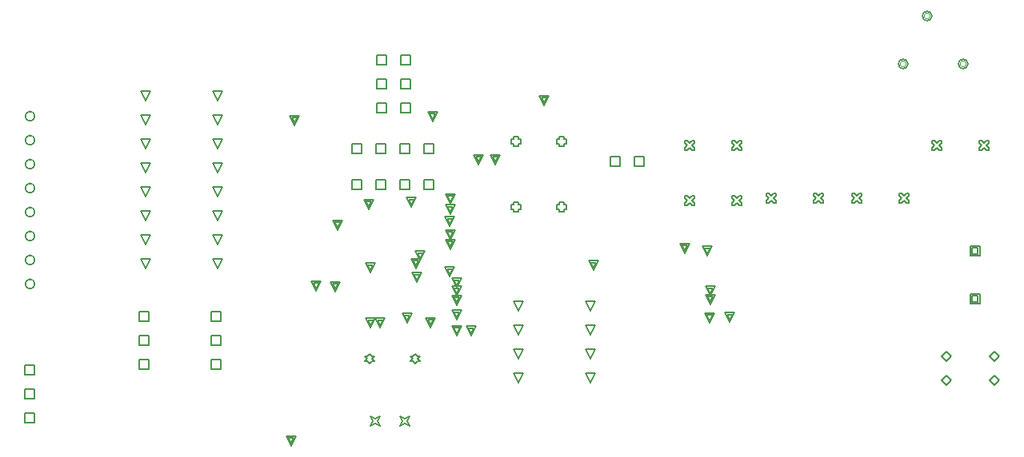
<source format=gbr>
G04*
G04 #@! TF.GenerationSoftware,Altium Limited,Altium Designer,22.4.2 (48)*
G04*
G04 Layer_Color=2752767*
%FSLAX24Y24*%
%MOIN*%
G70*
G04*
G04 #@! TF.SameCoordinates,3D4B7757-4479-4088-A00E-F10E6AE17A54*
G04*
G04*
G04 #@! TF.FilePolarity,Positive*
G04*
G01*
G75*
%ADD16C,0.0040*%
%ADD17C,0.0050*%
%ADD83C,0.0067*%
D16*
X47721Y19010D02*
G03*
X47721Y19010I-120J0D01*
G01*
X49221Y17010D02*
G03*
X49221Y17010I-120J0D01*
G01*
X46721D02*
G03*
X46721Y17010I-120J0D01*
G01*
D17*
X26651Y11770D02*
Y12170D01*
X27051D01*
Y11770D01*
X26651D01*
X25651D02*
Y12170D01*
X26051D01*
Y11770D01*
X25651D01*
X24651D02*
Y12170D01*
X25051D01*
Y11770D01*
X24651D01*
X23651D02*
Y12170D01*
X24051D01*
Y11770D01*
X23651D01*
X15041Y15480D02*
X14841Y15880D01*
X15241D01*
X15041Y15480D01*
Y14480D02*
X14841Y14880D01*
X15241D01*
X15041Y14480D01*
Y13480D02*
X14841Y13880D01*
X15241D01*
X15041Y13480D01*
Y12480D02*
X14841Y12880D01*
X15241D01*
X15041Y12480D01*
Y11480D02*
X14841Y11880D01*
X15241D01*
X15041Y11480D01*
Y10480D02*
X14841Y10880D01*
X15241D01*
X15041Y10480D01*
Y9480D02*
X14841Y9880D01*
X15241D01*
X15041Y9480D01*
Y8480D02*
X14841Y8880D01*
X15241D01*
X15041Y8480D01*
X18041Y15480D02*
X17841Y15880D01*
X18241D01*
X18041Y15480D01*
Y14480D02*
X17841Y14880D01*
X18241D01*
X18041Y14480D01*
Y13480D02*
X17841Y13880D01*
X18241D01*
X18041Y13480D01*
Y12480D02*
X17841Y12880D01*
X18241D01*
X18041Y12480D01*
Y11480D02*
X17841Y11880D01*
X18241D01*
X18041Y11480D01*
Y10480D02*
X17841Y10880D01*
X18241D01*
X18041Y10480D01*
Y9480D02*
X17841Y9880D01*
X18241D01*
X18041Y9480D01*
Y8480D02*
X17841Y8880D01*
X18241D01*
X18041Y8480D01*
X14784Y6270D02*
Y6670D01*
X15184D01*
Y6270D01*
X14784D01*
Y5270D02*
Y5670D01*
X15184D01*
Y5270D01*
X14784D01*
Y4270D02*
Y4670D01*
X15184D01*
Y4270D01*
X14784D01*
X17784Y6270D02*
Y6670D01*
X18184D01*
Y6270D01*
X17784D01*
Y5270D02*
Y5670D01*
X18184D01*
Y5270D01*
X17784D01*
Y4270D02*
Y4670D01*
X18184D01*
Y4270D01*
X17784D01*
X26271Y4500D02*
X26371Y4600D01*
X26471D01*
X26371Y4700D01*
X26471Y4800D01*
X26371D01*
X26271Y4900D01*
X26171Y4800D01*
X26071D01*
X26171Y4700D01*
X26071Y4600D01*
X26171D01*
X26271Y4500D01*
X24371D02*
X24471Y4600D01*
X24571D01*
X24471Y4700D01*
X24571Y4800D01*
X24471D01*
X24371Y4900D01*
X24271Y4800D01*
X24171D01*
X24271Y4700D01*
X24171Y4600D01*
X24271D01*
X24371Y4500D01*
X24661Y16968D02*
Y17368D01*
X25061D01*
Y16968D01*
X24661D01*
X25661D02*
Y17368D01*
X26061D01*
Y16968D01*
X25661D01*
X24661Y15968D02*
Y16368D01*
X25061D01*
Y15968D01*
X24661D01*
X25661D02*
Y16368D01*
X26061D01*
Y15968D01*
X25661D01*
X24661Y14968D02*
Y15368D01*
X25061D01*
Y14968D01*
X24661D01*
X25661D02*
Y15368D01*
X26061D01*
Y14968D01*
X25661D01*
X23645Y13292D02*
Y13692D01*
X24045D01*
Y13292D01*
X23645D01*
X24645D02*
Y13692D01*
X25045D01*
Y13292D01*
X24645D01*
X25645D02*
Y13692D01*
X26045D01*
Y13292D01*
X25645D01*
X26645D02*
Y13692D01*
X27045D01*
Y13292D01*
X26645D01*
X10021Y2043D02*
Y2443D01*
X10421D01*
Y2043D01*
X10021D01*
Y3043D02*
Y3443D01*
X10421D01*
Y3043D01*
X10021D01*
Y4043D02*
Y4443D01*
X10421D01*
Y4043D01*
X10021D01*
X24411Y1900D02*
X24511Y2100D01*
X24411Y2300D01*
X24611Y2200D01*
X24811Y2300D01*
X24711Y2100D01*
X24811Y1900D01*
X24611Y2000D01*
X24411Y1900D01*
X25631D02*
X25731Y2100D01*
X25631Y2300D01*
X25831Y2200D01*
X26031Y2300D01*
X25931Y2100D01*
X26031Y1900D01*
X25831Y2000D01*
X25631Y1900D01*
X35415Y12735D02*
Y13135D01*
X35815D01*
Y12735D01*
X35415D01*
X34415D02*
Y13135D01*
X34815D01*
Y12735D01*
X34415D01*
X32258Y13661D02*
Y13561D01*
X32458D01*
Y13661D01*
X32558D01*
Y13861D01*
X32458D01*
Y13961D01*
X32258D01*
Y13861D01*
X32158D01*
Y13661D01*
X32258D01*
X30378Y10951D02*
Y10851D01*
X30578D01*
Y10951D01*
X30678D01*
Y11151D01*
X30578D01*
Y11251D01*
X30378D01*
Y11151D01*
X30278D01*
Y10951D01*
X30378D01*
X32258D02*
Y10851D01*
X32458D01*
Y10951D01*
X32558D01*
Y11151D01*
X32458D01*
Y11251D01*
X32258D01*
Y11151D01*
X32158D01*
Y10951D01*
X32258D01*
X30378Y13661D02*
Y13561D01*
X30578D01*
Y13661D01*
X30678D01*
Y13861D01*
X30578D01*
Y13961D01*
X30378D01*
Y13861D01*
X30278D01*
Y13661D01*
X30378D01*
X30561Y6700D02*
X30361Y7100D01*
X30761D01*
X30561Y6700D01*
Y5700D02*
X30361Y6100D01*
X30761D01*
X30561Y5700D01*
Y4700D02*
X30361Y5100D01*
X30761D01*
X30561Y4700D01*
Y3700D02*
X30361Y4100D01*
X30761D01*
X30561Y3700D01*
X33561Y6700D02*
X33361Y7100D01*
X33761D01*
X33561Y6700D01*
Y5700D02*
X33361Y6100D01*
X33761D01*
X33561Y5700D01*
Y4700D02*
X33361Y5100D01*
X33761D01*
X33561Y4700D01*
Y3700D02*
X33361Y4100D01*
X33761D01*
X33561Y3700D01*
X47817Y13410D02*
X47917D01*
X48017Y13510D01*
X48117Y13410D01*
X48217D01*
Y13510D01*
X48117Y13610D01*
X48217Y13710D01*
Y13810D01*
X48117D01*
X48017Y13710D01*
X47917Y13810D01*
X47817D01*
Y13710D01*
X47917Y13610D01*
X47817Y13510D01*
Y13410D01*
X49785Y13410D02*
X49885D01*
X49985Y13510D01*
X50085Y13410D01*
X50185D01*
Y13510D01*
X50085Y13610D01*
X50185Y13710D01*
Y13810D01*
X50085D01*
X49985Y13710D01*
X49885Y13810D01*
X49785D01*
Y13710D01*
X49885Y13610D01*
X49785Y13510D01*
Y13410D01*
X48201Y4810D02*
X48401Y5010D01*
X48601Y4810D01*
X48401Y4610D01*
X48201Y4810D01*
Y3810D02*
X48401Y4010D01*
X48601Y3810D01*
X48401Y3610D01*
X48201Y3810D01*
X37517Y11110D02*
X37617D01*
X37717Y11210D01*
X37817Y11110D01*
X37917D01*
Y11210D01*
X37817Y11310D01*
X37917Y11410D01*
Y11510D01*
X37817D01*
X37717Y11410D01*
X37617Y11510D01*
X37517D01*
Y11410D01*
X37617Y11310D01*
X37517Y11210D01*
Y11110D01*
X39485Y11110D02*
X39585D01*
X39685Y11210D01*
X39785Y11110D01*
X39885D01*
Y11210D01*
X39785Y11310D01*
X39885Y11410D01*
Y11510D01*
X39785D01*
X39685Y11410D01*
X39585Y11510D01*
X39485D01*
Y11410D01*
X39585Y11310D01*
X39485Y11210D01*
Y11110D01*
X49401Y7010D02*
Y7410D01*
X49801D01*
Y7010D01*
X49401D01*
X49481Y7090D02*
Y7330D01*
X49721D01*
Y7090D01*
X49481D01*
X49401Y9010D02*
Y9410D01*
X49801D01*
Y9010D01*
X49401D01*
X49481Y9090D02*
Y9330D01*
X49721D01*
Y9090D01*
X49481D01*
X39485Y13410D02*
X39585D01*
X39685Y13510D01*
X39785Y13410D01*
X39885D01*
Y13510D01*
X39785Y13610D01*
X39885Y13710D01*
Y13810D01*
X39785D01*
X39685Y13710D01*
X39585Y13810D01*
X39485D01*
Y13710D01*
X39585Y13610D01*
X39485Y13510D01*
Y13410D01*
X37517Y13410D02*
X37617D01*
X37717Y13510D01*
X37817Y13410D01*
X37917D01*
Y13510D01*
X37817Y13610D01*
X37917Y13710D01*
Y13810D01*
X37817D01*
X37717Y13710D01*
X37617Y13810D01*
X37517D01*
Y13710D01*
X37617Y13610D01*
X37517Y13510D01*
Y13410D01*
X42885Y11210D02*
X42985D01*
X43085Y11310D01*
X43185Y11210D01*
X43285D01*
Y11310D01*
X43185Y11410D01*
X43285Y11510D01*
Y11610D01*
X43185D01*
X43085Y11510D01*
X42985Y11610D01*
X42885D01*
Y11510D01*
X42985Y11410D01*
X42885Y11310D01*
Y11210D01*
X40917Y11210D02*
X41017D01*
X41117Y11310D01*
X41217Y11210D01*
X41317D01*
Y11310D01*
X41217Y11410D01*
X41317Y11510D01*
Y11610D01*
X41217D01*
X41117Y11510D01*
X41017Y11610D01*
X40917D01*
Y11510D01*
X41017Y11410D01*
X40917Y11310D01*
Y11210D01*
X46434Y11210D02*
X46534D01*
X46634Y11310D01*
X46734Y11210D01*
X46834D01*
Y11310D01*
X46734Y11410D01*
X46834Y11510D01*
Y11610D01*
X46734D01*
X46634Y11510D01*
X46534Y11610D01*
X46434D01*
Y11510D01*
X46534Y11410D01*
X46434Y11310D01*
Y11210D01*
X44465Y11210D02*
X44565D01*
X44665Y11310D01*
X44765Y11210D01*
X44865D01*
Y11310D01*
X44765Y11410D01*
X44865Y11510D01*
Y11610D01*
X44765D01*
X44665Y11510D01*
X44565Y11610D01*
X44465D01*
Y11510D01*
X44565Y11410D01*
X44465Y11310D01*
Y11210D01*
X50201Y4810D02*
X50401Y5010D01*
X50601Y4810D01*
X50401Y4610D01*
X50201Y4810D01*
Y3810D02*
X50401Y4010D01*
X50601Y3810D01*
X50401Y3610D01*
X50201Y3810D01*
X22149Y7541D02*
X21949Y7941D01*
X22349D01*
X22149Y7541D01*
Y7621D02*
X22029Y7861D01*
X22269D01*
X22149Y7621D01*
X26911Y6020D02*
X26711Y6420D01*
X27111D01*
X26911Y6020D01*
Y6100D02*
X26791Y6340D01*
X27031D01*
X26911Y6100D01*
X25931Y6200D02*
X25731Y6600D01*
X26131D01*
X25931Y6200D01*
Y6280D02*
X25811Y6520D01*
X26051D01*
X25931Y6280D01*
X26991Y14610D02*
X26791Y15010D01*
X27191D01*
X26991Y14610D01*
Y14690D02*
X26871Y14930D01*
X27111D01*
X26991Y14690D01*
X21101Y1090D02*
X20901Y1490D01*
X21301D01*
X21101Y1090D01*
Y1170D02*
X20981Y1410D01*
X21221D01*
X21101Y1170D01*
X26291Y8490D02*
X26091Y8890D01*
X26491D01*
X26291Y8490D01*
Y8570D02*
X26171Y8810D01*
X26411D01*
X26291Y8570D01*
X26341Y7900D02*
X26141Y8300D01*
X26541D01*
X26341Y7900D01*
Y7980D02*
X26221Y8220D01*
X26461D01*
X26341Y7980D01*
X39381Y6231D02*
X39181Y6631D01*
X39581D01*
X39381Y6231D01*
Y6311D02*
X39261Y6551D01*
X39501D01*
X39381Y6311D01*
X38541Y6211D02*
X38341Y6611D01*
X38741D01*
X38541Y6211D01*
Y6291D02*
X38421Y6531D01*
X38661D01*
X38541Y6291D01*
X31651Y15281D02*
X31451Y15681D01*
X31851D01*
X31651Y15281D01*
Y15361D02*
X31531Y15601D01*
X31771D01*
X31651Y15361D01*
X28591Y5671D02*
X28391Y6071D01*
X28791D01*
X28591Y5671D01*
Y5751D02*
X28471Y5991D01*
X28711D01*
X28591Y5751D01*
X28007Y5676D02*
X27807Y6076D01*
X28207D01*
X28007Y5676D01*
Y5756D02*
X27887Y5996D01*
X28127D01*
X28007Y5756D01*
X28001Y7330D02*
X27801Y7730D01*
X28201D01*
X28001Y7330D01*
Y7410D02*
X27881Y7650D01*
X28121D01*
X28001Y7410D01*
X38435Y9006D02*
X38235Y9406D01*
X38635D01*
X38435Y9006D01*
Y9086D02*
X38315Y9326D01*
X38555D01*
X38435Y9086D01*
X37491Y9120D02*
X37291Y9520D01*
X37691D01*
X37491Y9120D01*
Y9200D02*
X37371Y9440D01*
X37611D01*
X37491Y9200D01*
X29621Y12821D02*
X29421Y13221D01*
X29821D01*
X29621Y12821D01*
Y12901D02*
X29501Y13141D01*
X29741D01*
X29621Y12901D01*
X28921Y12820D02*
X28721Y13220D01*
X29121D01*
X28921Y12820D01*
Y12900D02*
X28801Y13140D01*
X29041D01*
X28921Y12900D01*
X26111Y11040D02*
X25911Y11440D01*
X26311D01*
X26111Y11040D01*
Y11120D02*
X25991Y11360D01*
X26231D01*
X26111Y11120D01*
X38558Y6981D02*
X38358Y7381D01*
X38758D01*
X38558Y6981D01*
Y7061D02*
X38438Y7301D01*
X38678D01*
X38558Y7061D01*
X38561Y7331D02*
X38361Y7731D01*
X38761D01*
X38561Y7331D01*
Y7411D02*
X38441Y7651D01*
X38681D01*
X38561Y7411D01*
X33693Y8406D02*
X33493Y8806D01*
X33893D01*
X33693Y8406D01*
Y8486D02*
X33573Y8726D01*
X33813D01*
X33693Y8486D01*
X27731Y10730D02*
X27531Y11130D01*
X27931D01*
X27731Y10730D01*
Y10810D02*
X27611Y11050D01*
X27851D01*
X27731Y10810D01*
X22950Y7516D02*
X22750Y7916D01*
X23150D01*
X22950Y7516D01*
Y7596D02*
X22830Y7836D01*
X23070D01*
X22950Y7596D01*
X27721Y10240D02*
X27521Y10640D01*
X27921D01*
X27721Y10240D01*
Y10320D02*
X27601Y10560D01*
X27841D01*
X27721Y10320D01*
X27731Y9290D02*
X27531Y9690D01*
X27931D01*
X27731Y9290D01*
Y9370D02*
X27611Y9610D01*
X27851D01*
X27731Y9370D01*
X24331Y10950D02*
X24131Y11350D01*
X24531D01*
X24331Y10950D01*
Y11030D02*
X24211Y11270D01*
X24451D01*
X24331Y11030D01*
X23040Y10090D02*
X22840Y10490D01*
X23240D01*
X23040Y10090D01*
Y10170D02*
X22920Y10410D01*
X23160D01*
X23040Y10170D01*
X21251Y14460D02*
X21051Y14860D01*
X21451D01*
X21251Y14460D01*
Y14540D02*
X21131Y14780D01*
X21371D01*
X21251Y14540D01*
X27741Y11180D02*
X27541Y11580D01*
X27941D01*
X27741Y11180D01*
Y11260D02*
X27621Y11500D01*
X27861D01*
X27741Y11260D01*
X26480Y8799D02*
X26280Y9199D01*
X26680D01*
X26480Y8799D01*
Y8879D02*
X26360Y9119D01*
X26600D01*
X26480Y8879D01*
X27731Y9680D02*
X27531Y10080D01*
X27931D01*
X27731Y9680D01*
Y9760D02*
X27611Y10000D01*
X27851D01*
X27731Y9760D01*
X24391Y8300D02*
X24191Y8700D01*
X24591D01*
X24391Y8300D01*
Y8380D02*
X24271Y8620D01*
X24511D01*
X24391Y8380D01*
X27721Y8140D02*
X27521Y8540D01*
X27921D01*
X27721Y8140D01*
Y8220D02*
X27601Y8460D01*
X27841D01*
X27721Y8220D01*
X24421Y6000D02*
X24221Y6400D01*
X24621D01*
X24421Y6000D01*
Y6080D02*
X24301Y6320D01*
X24541D01*
X24421Y6080D01*
X24821Y6000D02*
X24621Y6400D01*
X25021D01*
X24821Y6000D01*
Y6080D02*
X24701Y6320D01*
X24941D01*
X24821Y6080D01*
X27999Y6340D02*
X27799Y6740D01*
X28199D01*
X27999Y6340D01*
Y6420D02*
X27879Y6660D01*
X28119D01*
X27999Y6420D01*
X28001Y6951D02*
X27801Y7351D01*
X28201D01*
X28001Y6951D01*
Y7031D02*
X27881Y7271D01*
X28121D01*
X28001Y7031D01*
Y7670D02*
X27801Y8070D01*
X28201D01*
X28001Y7670D01*
Y7750D02*
X27881Y7990D01*
X28121D01*
X28001Y7750D01*
D83*
X10421Y14830D02*
G03*
X10421Y14830I-200J0D01*
G01*
Y13830D02*
G03*
X10421Y13830I-200J0D01*
G01*
Y12830D02*
G03*
X10421Y12830I-200J0D01*
G01*
Y11830D02*
G03*
X10421Y11830I-200J0D01*
G01*
Y10830D02*
G03*
X10421Y10830I-200J0D01*
G01*
Y9830D02*
G03*
X10421Y9830I-200J0D01*
G01*
Y8830D02*
G03*
X10421Y8830I-200J0D01*
G01*
Y7830D02*
G03*
X10421Y7830I-200J0D01*
G01*
X47801Y19010D02*
G03*
X47801Y19010I-200J0D01*
G01*
X49301Y17010D02*
G03*
X49301Y17010I-200J0D01*
G01*
X46801D02*
G03*
X46801Y17010I-200J0D01*
G01*
M02*

</source>
